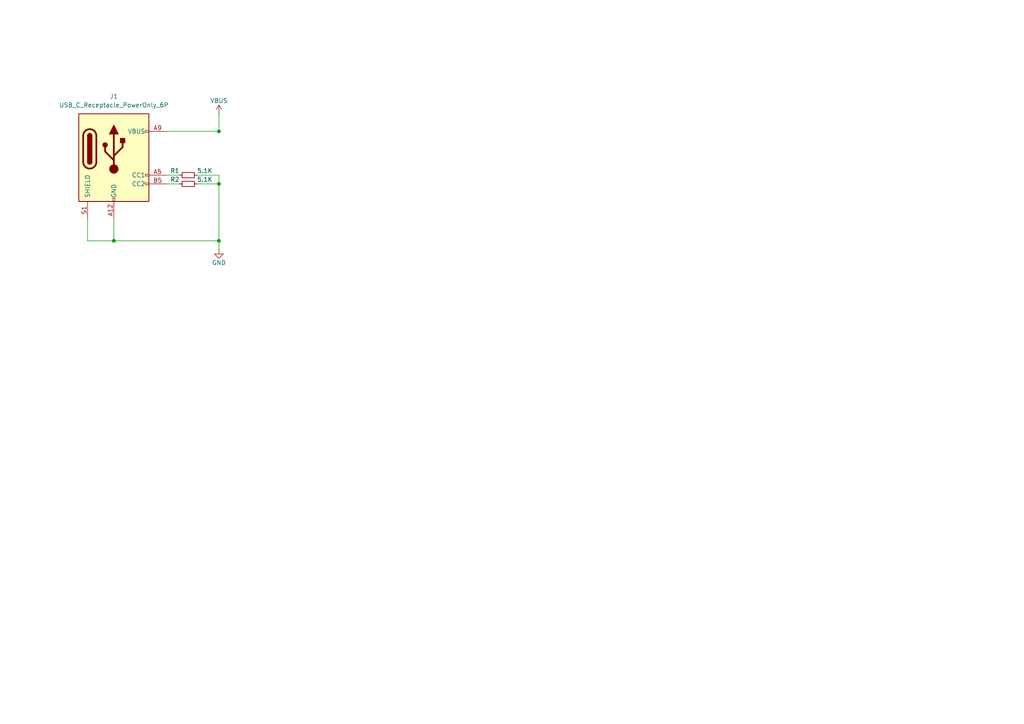
<source format=kicad_sch>
(kicad_sch (version 20250114) (generator "eeschema") (generator_version "9.0")
  (paper "A4")
  (lib_symbols
    (symbol "Connector:USB_C_Receptacle_PowerOnly_6P" (pin_names (offset 1.016))
      (property "Reference" "J" (at 0 16.51 0))
      (property "Value" "USB_C_Receptacle_PowerOnly_6P" (at 0 13.97 0))
      (symbol "USB_C_Receptacle_PowerOnly_6P_0_0"
        (rectangle (start -0.254 -12.7) (end 0.254 -11.684))
        (rectangle (start 10.16 7.874) (end 9.144 7.366))
        (rectangle (start 10.16 -4.826) (end 9.144 -5.334))
        (rectangle (start 10.16 -7.366) (end 9.144 -7.874))
      )
      (symbol "USB_C_Receptacle_PowerOnly_6P_0_1"
        (rectangle (start -10.16 12.7) (end 10.16 -12.7) (stroke (width 0.254)) (fill (type background)))
        (polyline (pts (xy -8.89 -1.27) (xy -8.89 6.35)) (stroke (width 0.508)))
        (rectangle (start -7.62 -1.27) (end -6.35 6.35) (stroke (width 0.254)) (fill (type outline)))
        (arc (start -7.62 6.35) (mid -6.985 6.9823) (end -6.35 6.35) (stroke (width 0.254)))
        (arc (start -7.62 6.35) (mid -6.985 6.9823) (end -6.35 6.35) (stroke (width 0.254)) (fill (type outline)))
        (arc (start -8.89 6.35) (mid -6.985 8.2467) (end -5.08 6.35) (stroke (width 0.508)))
        (arc (start -5.08 -1.27) (mid -6.985 -3.1667) (end -8.89 -1.27) (stroke (width 0.508)))
        (arc (start -6.35 -1.27) (mid -6.985 -1.9023) (end -7.62 -1.27) (stroke (width 0.254)))
        (arc (start -6.35 -1.27) (mid -6.985 -1.9023) (end -7.62 -1.27) (stroke (width 0.254)) (fill (type outline)))
        (polyline (pts (xy -5.08 6.35) (xy -5.08 -1.27)) (stroke (width 0.508)))
        (circle (center -2.54 3.683) (radius 0.635) (stroke (width 0.254)) (fill (type outline)))
        (polyline (pts (xy -1.27 6.858) (xy 0 9.398) (xy 1.27 6.858) (xy -1.27 6.858)) (stroke (width 0.254)) (fill (type outline)))
        (polyline (pts (xy 0 0.508) (xy 2.54 3.048) (xy 2.54 4.318)) (stroke (width 0.508)))
        (polyline (pts (xy 0 -0.762) (xy -2.54 1.778) (xy -2.54 3.048)) (stroke (width 0.508)))
        (polyline (pts (xy 0 -3.302) (xy 0 6.858)) (stroke (width 0.508)))
        (circle (center 0 -3.302) (radius 1.27) (fill (type outline)))
        (rectangle (start 1.905 4.318) (end 3.175 5.588) (stroke (width 0.254)) (fill (type outline)))
      )
      (symbol "USB_C_Receptacle_PowerOnly_6P_1_1"
        (pin passive line (at -7.62 -17.78 90) (length 5.08) (name "SHIELD") (number "S1"))
        (pin passive line (at 0 -17.78 90) (length 5.08) (name "GND") (number "A12"))
        (pin passive line (at 0 -17.78 90) (length 5.08) (hide yes) (name "GND") (number "B12"))
        (pin passive line (at 15.24 7.62 180) (length 5.08) (name "VBUS") (number "A9"))
        (pin passive line (at 15.24 7.62 180) (length 5.08) (hide yes) (name "VBUS") (number "B9"))
        (pin bidirectional line (at 15.24 -5.08 180) (length 5.08) (name "CC1") (number "A5"))
        (pin bidirectional line (at 15.24 -7.62 180) (length 5.08) (name "CC2") (number "B5"))
      )
    )
    (symbol "Device:R_Small" (pin_numbers (hide yes)) (pin_names (offset 0.254) (hide yes))
      (property "Reference" "R" (at 0.762 0.508 0))
      (property "Value" "R_Small" (at 0.762 -1.016 0))
      (symbol "R_Small_0_1"
        (rectangle (start -0.762 1.778) (end 0.762 -1.778) (stroke (width 0.2032)))
      )
      (symbol "R_Small_1_1"
        (pin passive line (at 0 2.54 270) (length 0.762) (name "~") (number "1"))
        (pin passive line (at 0 -2.54 90) (length 0.762) (name "~") (number "2"))
      )
    )
    (symbol "power:GND" (power) (pin_numbers (hide yes)) (pin_names (offset 0) (hide yes))
      (property "Value" "GND" (at 0 -3.81 0))
      (symbol "GND_0_1"
        (polyline (pts (xy 0 0) (xy 0 -1.27) (xy 1.27 -1.27) (xy 0 -2.54) (xy -1.27 -1.27) (xy 0 -1.27)))
      )
      (symbol "GND_1_1"
        (pin power_in line (at 0 0 270) (length 0) (name "~") (number "1"))
      )
    )
    (symbol "power:VBUS" (power) (pin_numbers (hide yes)) (pin_names (offset 0) (hide yes))
      (property "Value" "VBUS" (at 0 3.556 0))
      (symbol "VBUS_0_1"
        (polyline (pts (xy -0.762 1.27) (xy 0 2.54)))
        (polyline (pts (xy 0 2.54) (xy 0.762 1.27)))
        (polyline (pts (xy 0 0) (xy 0 2.54)))
      )
      (symbol "VBUS_1_1"
        (pin power_in line (at 0 0 90) (length 0) (name "~") (number "1"))
      )
    )
  )
  (junction (at 63.5 53.34))
  (junction (at 63.5 38.1))
  (junction (at 33.02 69.85))
  (junction (at 63.5 69.85))
  (wire (pts (xy 63.5 69.85) (xy 63.5 72.39)))
  (wire (pts (xy 63.5 50.8) (xy 63.5 53.34)))
  (wire (pts (xy 48.26 50.8) (xy 52.07 50.8)))
  (wire (pts (xy 48.26 53.34) (xy 52.07 53.34)))
  (wire (pts (xy 33.02 63.5) (xy 33.02 69.85)))
  (wire (pts (xy 63.5 53.34) (xy 63.5 69.85)))
  (wire (pts (xy 57.15 53.34) (xy 63.5 53.34)))
  (wire (pts (xy 25.4 63.5) (xy 25.4 69.85)))
  (wire (pts (xy 33.02 69.85) (xy 63.5 69.85)))
  (wire (pts (xy 57.15 50.8) (xy 63.5 50.8)))
  (wire (pts (xy 25.4 69.85) (xy 33.02 69.85)))
  (wire (pts (xy 48.26 38.1) (xy 63.5 38.1)))
  (wire (pts (xy 63.5 33.02) (xy 63.5 38.1)))
  (symbol (lib_id "Device:R_Small") (at 54.61 53.34 90) (unit 1)
    (property "Reference" "R2" (at 52.07 52.07 90) (effects (justify left)))
    (property "Value" "5.1K" (at 57.15 52.07 90) (effects (justify right)))
    (property "Footprint" "Resistor_SMD:R_0603_1608Metric" (effects (hide yes)))
    (property "Description" "Resistor, small symbol" (effects (hide yes)))
  )
  (symbol (lib_id "Connector:USB_C_Receptacle_PowerOnly_6P") (at 33.02 45.72 0) (unit 1)
    (property "Reference" "J1" (at 33.02 27.94 0))
    (property "Value" "USB_C_Receptacle_PowerOnly_6P" (at 33.02 30.48 0))
    (property "Footprint" "Append_Connector:USB_C_6P_PowerOnly" (effects (hide yes)))
    (property "Datasheet" "https://www.usb.org/sites/default/files/documents/usb_type-c.zip" (effects (hide yes)))
    (property "Description" "USB Power-Only 6P Type-C Receptacle connector" (effects (hide yes)))
  )
  (symbol (lib_id "power:GND") (at 63.5 72.39 0) (unit 1)
    (property "Reference" "#PWR04" (effects (hide yes)))
    (property "Value" "GND" (at 63.5 76.2 0))
    (property "Description" "Power symbol creates a global label with name \"GND\" , ground" (effects (hide yes)))
  )
  (symbol (lib_id "power:VBUS") (at 63.5 33.02 0) (unit 1)
    (property "Reference" "#PWR03" (effects (hide yes)))
    (property "Value" "VBUS" (at 63.5 29.21 0))
    (property "Description" "Power symbol creates a global label with name \"VBUS\"" (effects (hide yes)))
  )
  (symbol (lib_id "Device:R_Small") (at 54.61 50.8 90) (unit 1)
    (property "Reference" "R1" (at 52.07 49.53 90) (effects (justify left)))
    (property "Value" "5.1K" (at 57.15 49.53 90) (effects (justify right)))
    (property "Footprint" "Resistor_SMD:R_0603_1608Metric" (effects (hide yes)))
    (property "Description" "Resistor, small symbol" (effects (hide yes)))
  )
)
</source>
